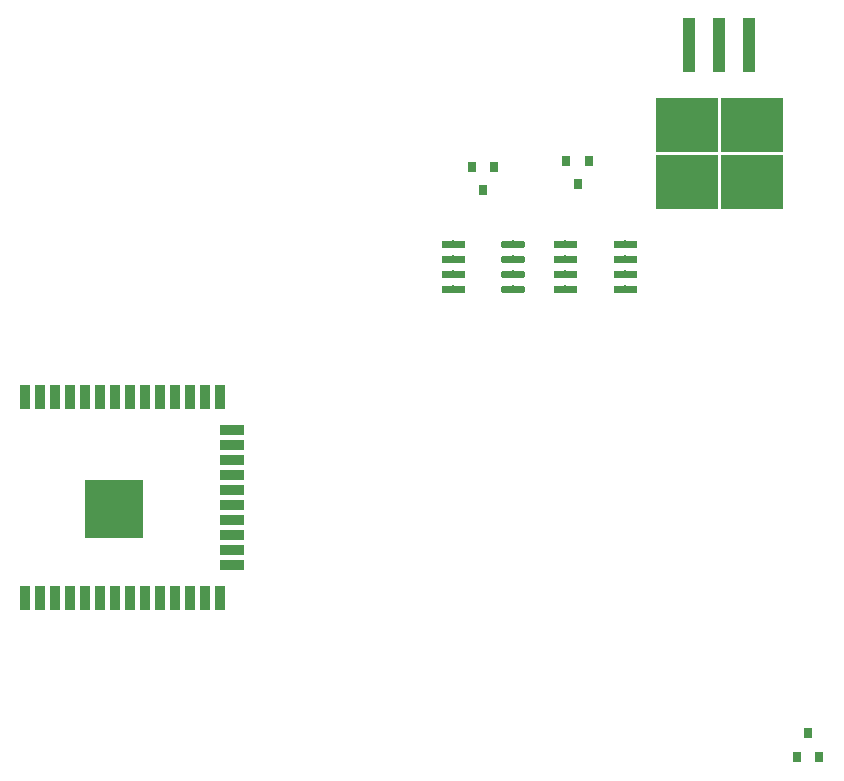
<source format=gbr>
G04 #@! TF.GenerationSoftware,KiCad,Pcbnew,(5.1.4)-1*
G04 #@! TF.CreationDate,2019-09-29T20:04:36+02:00*
G04 #@! TF.ProjectId,regulator board,72656775-6c61-4746-9f72-20626f617264,rev?*
G04 #@! TF.SameCoordinates,Original*
G04 #@! TF.FileFunction,Paste,Top*
G04 #@! TF.FilePolarity,Positive*
%FSLAX46Y46*%
G04 Gerber Fmt 4.6, Leading zero omitted, Abs format (unit mm)*
G04 Created by KiCad (PCBNEW (5.1.4)-1) date 2019-09-29 20:04:36*
%MOMM*%
%LPD*%
G04 APERTURE LIST*
%ADD10R,0.800000X0.900000*%
%ADD11R,1.100000X4.600000*%
%ADD12R,5.250000X4.550000*%
%ADD13R,5.000000X5.000000*%
%ADD14R,0.900000X2.000000*%
%ADD15R,2.000000X0.900000*%
%ADD16C,0.100000*%
%ADD17C,0.650000*%
G04 APERTURE END LIST*
D10*
X146000000Y-89000000D03*
X146950000Y-91000000D03*
X145050000Y-91000000D03*
X127450000Y-40500000D03*
X125550000Y-40500000D03*
X126500000Y-42500000D03*
X119450000Y-41000000D03*
X117550000Y-41000000D03*
X118500000Y-43000000D03*
D11*
X141040000Y-30725000D03*
X138500000Y-30725000D03*
X135960000Y-30725000D03*
D12*
X135725000Y-42300000D03*
X141275000Y-37450000D03*
X141275000Y-42300000D03*
X135725000Y-37450000D03*
D13*
X87245000Y-70000000D03*
D14*
X79745000Y-77500000D03*
X81015000Y-77500000D03*
X82285000Y-77500000D03*
X83555000Y-77500000D03*
X84825000Y-77500000D03*
X86095000Y-77500000D03*
X87365000Y-77500000D03*
X88635000Y-77500000D03*
X89905000Y-77500000D03*
X91175000Y-77500000D03*
X92445000Y-77500000D03*
X93715000Y-77500000D03*
X94985000Y-77500000D03*
X96255000Y-77500000D03*
D15*
X97255000Y-74715000D03*
X97255000Y-73445000D03*
X97255000Y-72175000D03*
X97255000Y-70905000D03*
X97255000Y-69635000D03*
X97255000Y-68365000D03*
X97255000Y-67095000D03*
X97255000Y-65825000D03*
X97255000Y-64555000D03*
X97255000Y-63285000D03*
D14*
X96255000Y-60500000D03*
X94985000Y-60500000D03*
X93715000Y-60500000D03*
X92445000Y-60500000D03*
X91175000Y-60500000D03*
X89905000Y-60500000D03*
X88635000Y-60500000D03*
X87365000Y-60500000D03*
X86095000Y-60500000D03*
X84825000Y-60500000D03*
X83555000Y-60500000D03*
X82285000Y-60500000D03*
X81015000Y-60500000D03*
X79745000Y-60500000D03*
D16*
G36*
X126303428Y-47270782D02*
G01*
X126319202Y-47273122D01*
X126334671Y-47276997D01*
X126349686Y-47282370D01*
X126364102Y-47289188D01*
X126377780Y-47297386D01*
X126390589Y-47306886D01*
X126402405Y-47317595D01*
X126413114Y-47329411D01*
X126422614Y-47342220D01*
X126430812Y-47355898D01*
X126437630Y-47370314D01*
X126443003Y-47385329D01*
X126446878Y-47400798D01*
X126449218Y-47416572D01*
X126450000Y-47432500D01*
X126450000Y-47757500D01*
X126449218Y-47773428D01*
X126446878Y-47789202D01*
X126443003Y-47804671D01*
X126437630Y-47819686D01*
X126430812Y-47834102D01*
X126422614Y-47847780D01*
X126413114Y-47860589D01*
X126402405Y-47872405D01*
X126390589Y-47883114D01*
X126377780Y-47892614D01*
X126364102Y-47900812D01*
X126349686Y-47907630D01*
X126334671Y-47913003D01*
X126319202Y-47916878D01*
X126303428Y-47919218D01*
X126287500Y-47920000D01*
X124637500Y-47920000D01*
X124621572Y-47919218D01*
X124605798Y-47916878D01*
X124590329Y-47913003D01*
X124575314Y-47907630D01*
X124560898Y-47900812D01*
X124547220Y-47892614D01*
X124534411Y-47883114D01*
X124522595Y-47872405D01*
X124511886Y-47860589D01*
X124502386Y-47847780D01*
X124494188Y-47834102D01*
X124487370Y-47819686D01*
X124481997Y-47804671D01*
X124478122Y-47789202D01*
X124475782Y-47773428D01*
X124475000Y-47757500D01*
X124475000Y-47432500D01*
X124475782Y-47416572D01*
X124478122Y-47400798D01*
X124481997Y-47385329D01*
X124487370Y-47370314D01*
X124494188Y-47355898D01*
X124502386Y-47342220D01*
X124511886Y-47329411D01*
X124522595Y-47317595D01*
X124534411Y-47306886D01*
X124547220Y-47297386D01*
X124560898Y-47289188D01*
X124575314Y-47282370D01*
X124590329Y-47276997D01*
X124605798Y-47273122D01*
X124621572Y-47270782D01*
X124637500Y-47270000D01*
X126287500Y-47270000D01*
X126303428Y-47270782D01*
X126303428Y-47270782D01*
G37*
D17*
X125462500Y-47595000D03*
D16*
G36*
X126303428Y-48540782D02*
G01*
X126319202Y-48543122D01*
X126334671Y-48546997D01*
X126349686Y-48552370D01*
X126364102Y-48559188D01*
X126377780Y-48567386D01*
X126390589Y-48576886D01*
X126402405Y-48587595D01*
X126413114Y-48599411D01*
X126422614Y-48612220D01*
X126430812Y-48625898D01*
X126437630Y-48640314D01*
X126443003Y-48655329D01*
X126446878Y-48670798D01*
X126449218Y-48686572D01*
X126450000Y-48702500D01*
X126450000Y-49027500D01*
X126449218Y-49043428D01*
X126446878Y-49059202D01*
X126443003Y-49074671D01*
X126437630Y-49089686D01*
X126430812Y-49104102D01*
X126422614Y-49117780D01*
X126413114Y-49130589D01*
X126402405Y-49142405D01*
X126390589Y-49153114D01*
X126377780Y-49162614D01*
X126364102Y-49170812D01*
X126349686Y-49177630D01*
X126334671Y-49183003D01*
X126319202Y-49186878D01*
X126303428Y-49189218D01*
X126287500Y-49190000D01*
X124637500Y-49190000D01*
X124621572Y-49189218D01*
X124605798Y-49186878D01*
X124590329Y-49183003D01*
X124575314Y-49177630D01*
X124560898Y-49170812D01*
X124547220Y-49162614D01*
X124534411Y-49153114D01*
X124522595Y-49142405D01*
X124511886Y-49130589D01*
X124502386Y-49117780D01*
X124494188Y-49104102D01*
X124487370Y-49089686D01*
X124481997Y-49074671D01*
X124478122Y-49059202D01*
X124475782Y-49043428D01*
X124475000Y-49027500D01*
X124475000Y-48702500D01*
X124475782Y-48686572D01*
X124478122Y-48670798D01*
X124481997Y-48655329D01*
X124487370Y-48640314D01*
X124494188Y-48625898D01*
X124502386Y-48612220D01*
X124511886Y-48599411D01*
X124522595Y-48587595D01*
X124534411Y-48576886D01*
X124547220Y-48567386D01*
X124560898Y-48559188D01*
X124575314Y-48552370D01*
X124590329Y-48546997D01*
X124605798Y-48543122D01*
X124621572Y-48540782D01*
X124637500Y-48540000D01*
X126287500Y-48540000D01*
X126303428Y-48540782D01*
X126303428Y-48540782D01*
G37*
D17*
X125462500Y-48865000D03*
D16*
G36*
X126303428Y-49810782D02*
G01*
X126319202Y-49813122D01*
X126334671Y-49816997D01*
X126349686Y-49822370D01*
X126364102Y-49829188D01*
X126377780Y-49837386D01*
X126390589Y-49846886D01*
X126402405Y-49857595D01*
X126413114Y-49869411D01*
X126422614Y-49882220D01*
X126430812Y-49895898D01*
X126437630Y-49910314D01*
X126443003Y-49925329D01*
X126446878Y-49940798D01*
X126449218Y-49956572D01*
X126450000Y-49972500D01*
X126450000Y-50297500D01*
X126449218Y-50313428D01*
X126446878Y-50329202D01*
X126443003Y-50344671D01*
X126437630Y-50359686D01*
X126430812Y-50374102D01*
X126422614Y-50387780D01*
X126413114Y-50400589D01*
X126402405Y-50412405D01*
X126390589Y-50423114D01*
X126377780Y-50432614D01*
X126364102Y-50440812D01*
X126349686Y-50447630D01*
X126334671Y-50453003D01*
X126319202Y-50456878D01*
X126303428Y-50459218D01*
X126287500Y-50460000D01*
X124637500Y-50460000D01*
X124621572Y-50459218D01*
X124605798Y-50456878D01*
X124590329Y-50453003D01*
X124575314Y-50447630D01*
X124560898Y-50440812D01*
X124547220Y-50432614D01*
X124534411Y-50423114D01*
X124522595Y-50412405D01*
X124511886Y-50400589D01*
X124502386Y-50387780D01*
X124494188Y-50374102D01*
X124487370Y-50359686D01*
X124481997Y-50344671D01*
X124478122Y-50329202D01*
X124475782Y-50313428D01*
X124475000Y-50297500D01*
X124475000Y-49972500D01*
X124475782Y-49956572D01*
X124478122Y-49940798D01*
X124481997Y-49925329D01*
X124487370Y-49910314D01*
X124494188Y-49895898D01*
X124502386Y-49882220D01*
X124511886Y-49869411D01*
X124522595Y-49857595D01*
X124534411Y-49846886D01*
X124547220Y-49837386D01*
X124560898Y-49829188D01*
X124575314Y-49822370D01*
X124590329Y-49816997D01*
X124605798Y-49813122D01*
X124621572Y-49810782D01*
X124637500Y-49810000D01*
X126287500Y-49810000D01*
X126303428Y-49810782D01*
X126303428Y-49810782D01*
G37*
D17*
X125462500Y-50135000D03*
D16*
G36*
X126303428Y-51080782D02*
G01*
X126319202Y-51083122D01*
X126334671Y-51086997D01*
X126349686Y-51092370D01*
X126364102Y-51099188D01*
X126377780Y-51107386D01*
X126390589Y-51116886D01*
X126402405Y-51127595D01*
X126413114Y-51139411D01*
X126422614Y-51152220D01*
X126430812Y-51165898D01*
X126437630Y-51180314D01*
X126443003Y-51195329D01*
X126446878Y-51210798D01*
X126449218Y-51226572D01*
X126450000Y-51242500D01*
X126450000Y-51567500D01*
X126449218Y-51583428D01*
X126446878Y-51599202D01*
X126443003Y-51614671D01*
X126437630Y-51629686D01*
X126430812Y-51644102D01*
X126422614Y-51657780D01*
X126413114Y-51670589D01*
X126402405Y-51682405D01*
X126390589Y-51693114D01*
X126377780Y-51702614D01*
X126364102Y-51710812D01*
X126349686Y-51717630D01*
X126334671Y-51723003D01*
X126319202Y-51726878D01*
X126303428Y-51729218D01*
X126287500Y-51730000D01*
X124637500Y-51730000D01*
X124621572Y-51729218D01*
X124605798Y-51726878D01*
X124590329Y-51723003D01*
X124575314Y-51717630D01*
X124560898Y-51710812D01*
X124547220Y-51702614D01*
X124534411Y-51693114D01*
X124522595Y-51682405D01*
X124511886Y-51670589D01*
X124502386Y-51657780D01*
X124494188Y-51644102D01*
X124487370Y-51629686D01*
X124481997Y-51614671D01*
X124478122Y-51599202D01*
X124475782Y-51583428D01*
X124475000Y-51567500D01*
X124475000Y-51242500D01*
X124475782Y-51226572D01*
X124478122Y-51210798D01*
X124481997Y-51195329D01*
X124487370Y-51180314D01*
X124494188Y-51165898D01*
X124502386Y-51152220D01*
X124511886Y-51139411D01*
X124522595Y-51127595D01*
X124534411Y-51116886D01*
X124547220Y-51107386D01*
X124560898Y-51099188D01*
X124575314Y-51092370D01*
X124590329Y-51086997D01*
X124605798Y-51083122D01*
X124621572Y-51080782D01*
X124637500Y-51080000D01*
X126287500Y-51080000D01*
X126303428Y-51080782D01*
X126303428Y-51080782D01*
G37*
D17*
X125462500Y-51405000D03*
D16*
G36*
X131378428Y-51080782D02*
G01*
X131394202Y-51083122D01*
X131409671Y-51086997D01*
X131424686Y-51092370D01*
X131439102Y-51099188D01*
X131452780Y-51107386D01*
X131465589Y-51116886D01*
X131477405Y-51127595D01*
X131488114Y-51139411D01*
X131497614Y-51152220D01*
X131505812Y-51165898D01*
X131512630Y-51180314D01*
X131518003Y-51195329D01*
X131521878Y-51210798D01*
X131524218Y-51226572D01*
X131525000Y-51242500D01*
X131525000Y-51567500D01*
X131524218Y-51583428D01*
X131521878Y-51599202D01*
X131518003Y-51614671D01*
X131512630Y-51629686D01*
X131505812Y-51644102D01*
X131497614Y-51657780D01*
X131488114Y-51670589D01*
X131477405Y-51682405D01*
X131465589Y-51693114D01*
X131452780Y-51702614D01*
X131439102Y-51710812D01*
X131424686Y-51717630D01*
X131409671Y-51723003D01*
X131394202Y-51726878D01*
X131378428Y-51729218D01*
X131362500Y-51730000D01*
X129712500Y-51730000D01*
X129696572Y-51729218D01*
X129680798Y-51726878D01*
X129665329Y-51723003D01*
X129650314Y-51717630D01*
X129635898Y-51710812D01*
X129622220Y-51702614D01*
X129609411Y-51693114D01*
X129597595Y-51682405D01*
X129586886Y-51670589D01*
X129577386Y-51657780D01*
X129569188Y-51644102D01*
X129562370Y-51629686D01*
X129556997Y-51614671D01*
X129553122Y-51599202D01*
X129550782Y-51583428D01*
X129550000Y-51567500D01*
X129550000Y-51242500D01*
X129550782Y-51226572D01*
X129553122Y-51210798D01*
X129556997Y-51195329D01*
X129562370Y-51180314D01*
X129569188Y-51165898D01*
X129577386Y-51152220D01*
X129586886Y-51139411D01*
X129597595Y-51127595D01*
X129609411Y-51116886D01*
X129622220Y-51107386D01*
X129635898Y-51099188D01*
X129650314Y-51092370D01*
X129665329Y-51086997D01*
X129680798Y-51083122D01*
X129696572Y-51080782D01*
X129712500Y-51080000D01*
X131362500Y-51080000D01*
X131378428Y-51080782D01*
X131378428Y-51080782D01*
G37*
D17*
X130537500Y-51405000D03*
D16*
G36*
X131378428Y-49810782D02*
G01*
X131394202Y-49813122D01*
X131409671Y-49816997D01*
X131424686Y-49822370D01*
X131439102Y-49829188D01*
X131452780Y-49837386D01*
X131465589Y-49846886D01*
X131477405Y-49857595D01*
X131488114Y-49869411D01*
X131497614Y-49882220D01*
X131505812Y-49895898D01*
X131512630Y-49910314D01*
X131518003Y-49925329D01*
X131521878Y-49940798D01*
X131524218Y-49956572D01*
X131525000Y-49972500D01*
X131525000Y-50297500D01*
X131524218Y-50313428D01*
X131521878Y-50329202D01*
X131518003Y-50344671D01*
X131512630Y-50359686D01*
X131505812Y-50374102D01*
X131497614Y-50387780D01*
X131488114Y-50400589D01*
X131477405Y-50412405D01*
X131465589Y-50423114D01*
X131452780Y-50432614D01*
X131439102Y-50440812D01*
X131424686Y-50447630D01*
X131409671Y-50453003D01*
X131394202Y-50456878D01*
X131378428Y-50459218D01*
X131362500Y-50460000D01*
X129712500Y-50460000D01*
X129696572Y-50459218D01*
X129680798Y-50456878D01*
X129665329Y-50453003D01*
X129650314Y-50447630D01*
X129635898Y-50440812D01*
X129622220Y-50432614D01*
X129609411Y-50423114D01*
X129597595Y-50412405D01*
X129586886Y-50400589D01*
X129577386Y-50387780D01*
X129569188Y-50374102D01*
X129562370Y-50359686D01*
X129556997Y-50344671D01*
X129553122Y-50329202D01*
X129550782Y-50313428D01*
X129550000Y-50297500D01*
X129550000Y-49972500D01*
X129550782Y-49956572D01*
X129553122Y-49940798D01*
X129556997Y-49925329D01*
X129562370Y-49910314D01*
X129569188Y-49895898D01*
X129577386Y-49882220D01*
X129586886Y-49869411D01*
X129597595Y-49857595D01*
X129609411Y-49846886D01*
X129622220Y-49837386D01*
X129635898Y-49829188D01*
X129650314Y-49822370D01*
X129665329Y-49816997D01*
X129680798Y-49813122D01*
X129696572Y-49810782D01*
X129712500Y-49810000D01*
X131362500Y-49810000D01*
X131378428Y-49810782D01*
X131378428Y-49810782D01*
G37*
D17*
X130537500Y-50135000D03*
D16*
G36*
X131378428Y-48540782D02*
G01*
X131394202Y-48543122D01*
X131409671Y-48546997D01*
X131424686Y-48552370D01*
X131439102Y-48559188D01*
X131452780Y-48567386D01*
X131465589Y-48576886D01*
X131477405Y-48587595D01*
X131488114Y-48599411D01*
X131497614Y-48612220D01*
X131505812Y-48625898D01*
X131512630Y-48640314D01*
X131518003Y-48655329D01*
X131521878Y-48670798D01*
X131524218Y-48686572D01*
X131525000Y-48702500D01*
X131525000Y-49027500D01*
X131524218Y-49043428D01*
X131521878Y-49059202D01*
X131518003Y-49074671D01*
X131512630Y-49089686D01*
X131505812Y-49104102D01*
X131497614Y-49117780D01*
X131488114Y-49130589D01*
X131477405Y-49142405D01*
X131465589Y-49153114D01*
X131452780Y-49162614D01*
X131439102Y-49170812D01*
X131424686Y-49177630D01*
X131409671Y-49183003D01*
X131394202Y-49186878D01*
X131378428Y-49189218D01*
X131362500Y-49190000D01*
X129712500Y-49190000D01*
X129696572Y-49189218D01*
X129680798Y-49186878D01*
X129665329Y-49183003D01*
X129650314Y-49177630D01*
X129635898Y-49170812D01*
X129622220Y-49162614D01*
X129609411Y-49153114D01*
X129597595Y-49142405D01*
X129586886Y-49130589D01*
X129577386Y-49117780D01*
X129569188Y-49104102D01*
X129562370Y-49089686D01*
X129556997Y-49074671D01*
X129553122Y-49059202D01*
X129550782Y-49043428D01*
X129550000Y-49027500D01*
X129550000Y-48702500D01*
X129550782Y-48686572D01*
X129553122Y-48670798D01*
X129556997Y-48655329D01*
X129562370Y-48640314D01*
X129569188Y-48625898D01*
X129577386Y-48612220D01*
X129586886Y-48599411D01*
X129597595Y-48587595D01*
X129609411Y-48576886D01*
X129622220Y-48567386D01*
X129635898Y-48559188D01*
X129650314Y-48552370D01*
X129665329Y-48546997D01*
X129680798Y-48543122D01*
X129696572Y-48540782D01*
X129712500Y-48540000D01*
X131362500Y-48540000D01*
X131378428Y-48540782D01*
X131378428Y-48540782D01*
G37*
D17*
X130537500Y-48865000D03*
D16*
G36*
X131378428Y-47270782D02*
G01*
X131394202Y-47273122D01*
X131409671Y-47276997D01*
X131424686Y-47282370D01*
X131439102Y-47289188D01*
X131452780Y-47297386D01*
X131465589Y-47306886D01*
X131477405Y-47317595D01*
X131488114Y-47329411D01*
X131497614Y-47342220D01*
X131505812Y-47355898D01*
X131512630Y-47370314D01*
X131518003Y-47385329D01*
X131521878Y-47400798D01*
X131524218Y-47416572D01*
X131525000Y-47432500D01*
X131525000Y-47757500D01*
X131524218Y-47773428D01*
X131521878Y-47789202D01*
X131518003Y-47804671D01*
X131512630Y-47819686D01*
X131505812Y-47834102D01*
X131497614Y-47847780D01*
X131488114Y-47860589D01*
X131477405Y-47872405D01*
X131465589Y-47883114D01*
X131452780Y-47892614D01*
X131439102Y-47900812D01*
X131424686Y-47907630D01*
X131409671Y-47913003D01*
X131394202Y-47916878D01*
X131378428Y-47919218D01*
X131362500Y-47920000D01*
X129712500Y-47920000D01*
X129696572Y-47919218D01*
X129680798Y-47916878D01*
X129665329Y-47913003D01*
X129650314Y-47907630D01*
X129635898Y-47900812D01*
X129622220Y-47892614D01*
X129609411Y-47883114D01*
X129597595Y-47872405D01*
X129586886Y-47860589D01*
X129577386Y-47847780D01*
X129569188Y-47834102D01*
X129562370Y-47819686D01*
X129556997Y-47804671D01*
X129553122Y-47789202D01*
X129550782Y-47773428D01*
X129550000Y-47757500D01*
X129550000Y-47432500D01*
X129550782Y-47416572D01*
X129553122Y-47400798D01*
X129556997Y-47385329D01*
X129562370Y-47370314D01*
X129569188Y-47355898D01*
X129577386Y-47342220D01*
X129586886Y-47329411D01*
X129597595Y-47317595D01*
X129609411Y-47306886D01*
X129622220Y-47297386D01*
X129635898Y-47289188D01*
X129650314Y-47282370D01*
X129665329Y-47276997D01*
X129680798Y-47273122D01*
X129696572Y-47270782D01*
X129712500Y-47270000D01*
X131362500Y-47270000D01*
X131378428Y-47270782D01*
X131378428Y-47270782D01*
G37*
D17*
X130537500Y-47595000D03*
D16*
G36*
X121878428Y-47270782D02*
G01*
X121894202Y-47273122D01*
X121909671Y-47276997D01*
X121924686Y-47282370D01*
X121939102Y-47289188D01*
X121952780Y-47297386D01*
X121965589Y-47306886D01*
X121977405Y-47317595D01*
X121988114Y-47329411D01*
X121997614Y-47342220D01*
X122005812Y-47355898D01*
X122012630Y-47370314D01*
X122018003Y-47385329D01*
X122021878Y-47400798D01*
X122024218Y-47416572D01*
X122025000Y-47432500D01*
X122025000Y-47757500D01*
X122024218Y-47773428D01*
X122021878Y-47789202D01*
X122018003Y-47804671D01*
X122012630Y-47819686D01*
X122005812Y-47834102D01*
X121997614Y-47847780D01*
X121988114Y-47860589D01*
X121977405Y-47872405D01*
X121965589Y-47883114D01*
X121952780Y-47892614D01*
X121939102Y-47900812D01*
X121924686Y-47907630D01*
X121909671Y-47913003D01*
X121894202Y-47916878D01*
X121878428Y-47919218D01*
X121862500Y-47920000D01*
X120212500Y-47920000D01*
X120196572Y-47919218D01*
X120180798Y-47916878D01*
X120165329Y-47913003D01*
X120150314Y-47907630D01*
X120135898Y-47900812D01*
X120122220Y-47892614D01*
X120109411Y-47883114D01*
X120097595Y-47872405D01*
X120086886Y-47860589D01*
X120077386Y-47847780D01*
X120069188Y-47834102D01*
X120062370Y-47819686D01*
X120056997Y-47804671D01*
X120053122Y-47789202D01*
X120050782Y-47773428D01*
X120050000Y-47757500D01*
X120050000Y-47432500D01*
X120050782Y-47416572D01*
X120053122Y-47400798D01*
X120056997Y-47385329D01*
X120062370Y-47370314D01*
X120069188Y-47355898D01*
X120077386Y-47342220D01*
X120086886Y-47329411D01*
X120097595Y-47317595D01*
X120109411Y-47306886D01*
X120122220Y-47297386D01*
X120135898Y-47289188D01*
X120150314Y-47282370D01*
X120165329Y-47276997D01*
X120180798Y-47273122D01*
X120196572Y-47270782D01*
X120212500Y-47270000D01*
X121862500Y-47270000D01*
X121878428Y-47270782D01*
X121878428Y-47270782D01*
G37*
D17*
X121037500Y-47595000D03*
D16*
G36*
X121878428Y-48540782D02*
G01*
X121894202Y-48543122D01*
X121909671Y-48546997D01*
X121924686Y-48552370D01*
X121939102Y-48559188D01*
X121952780Y-48567386D01*
X121965589Y-48576886D01*
X121977405Y-48587595D01*
X121988114Y-48599411D01*
X121997614Y-48612220D01*
X122005812Y-48625898D01*
X122012630Y-48640314D01*
X122018003Y-48655329D01*
X122021878Y-48670798D01*
X122024218Y-48686572D01*
X122025000Y-48702500D01*
X122025000Y-49027500D01*
X122024218Y-49043428D01*
X122021878Y-49059202D01*
X122018003Y-49074671D01*
X122012630Y-49089686D01*
X122005812Y-49104102D01*
X121997614Y-49117780D01*
X121988114Y-49130589D01*
X121977405Y-49142405D01*
X121965589Y-49153114D01*
X121952780Y-49162614D01*
X121939102Y-49170812D01*
X121924686Y-49177630D01*
X121909671Y-49183003D01*
X121894202Y-49186878D01*
X121878428Y-49189218D01*
X121862500Y-49190000D01*
X120212500Y-49190000D01*
X120196572Y-49189218D01*
X120180798Y-49186878D01*
X120165329Y-49183003D01*
X120150314Y-49177630D01*
X120135898Y-49170812D01*
X120122220Y-49162614D01*
X120109411Y-49153114D01*
X120097595Y-49142405D01*
X120086886Y-49130589D01*
X120077386Y-49117780D01*
X120069188Y-49104102D01*
X120062370Y-49089686D01*
X120056997Y-49074671D01*
X120053122Y-49059202D01*
X120050782Y-49043428D01*
X120050000Y-49027500D01*
X120050000Y-48702500D01*
X120050782Y-48686572D01*
X120053122Y-48670798D01*
X120056997Y-48655329D01*
X120062370Y-48640314D01*
X120069188Y-48625898D01*
X120077386Y-48612220D01*
X120086886Y-48599411D01*
X120097595Y-48587595D01*
X120109411Y-48576886D01*
X120122220Y-48567386D01*
X120135898Y-48559188D01*
X120150314Y-48552370D01*
X120165329Y-48546997D01*
X120180798Y-48543122D01*
X120196572Y-48540782D01*
X120212500Y-48540000D01*
X121862500Y-48540000D01*
X121878428Y-48540782D01*
X121878428Y-48540782D01*
G37*
D17*
X121037500Y-48865000D03*
D16*
G36*
X121878428Y-49810782D02*
G01*
X121894202Y-49813122D01*
X121909671Y-49816997D01*
X121924686Y-49822370D01*
X121939102Y-49829188D01*
X121952780Y-49837386D01*
X121965589Y-49846886D01*
X121977405Y-49857595D01*
X121988114Y-49869411D01*
X121997614Y-49882220D01*
X122005812Y-49895898D01*
X122012630Y-49910314D01*
X122018003Y-49925329D01*
X122021878Y-49940798D01*
X122024218Y-49956572D01*
X122025000Y-49972500D01*
X122025000Y-50297500D01*
X122024218Y-50313428D01*
X122021878Y-50329202D01*
X122018003Y-50344671D01*
X122012630Y-50359686D01*
X122005812Y-50374102D01*
X121997614Y-50387780D01*
X121988114Y-50400589D01*
X121977405Y-50412405D01*
X121965589Y-50423114D01*
X121952780Y-50432614D01*
X121939102Y-50440812D01*
X121924686Y-50447630D01*
X121909671Y-50453003D01*
X121894202Y-50456878D01*
X121878428Y-50459218D01*
X121862500Y-50460000D01*
X120212500Y-50460000D01*
X120196572Y-50459218D01*
X120180798Y-50456878D01*
X120165329Y-50453003D01*
X120150314Y-50447630D01*
X120135898Y-50440812D01*
X120122220Y-50432614D01*
X120109411Y-50423114D01*
X120097595Y-50412405D01*
X120086886Y-50400589D01*
X120077386Y-50387780D01*
X120069188Y-50374102D01*
X120062370Y-50359686D01*
X120056997Y-50344671D01*
X120053122Y-50329202D01*
X120050782Y-50313428D01*
X120050000Y-50297500D01*
X120050000Y-49972500D01*
X120050782Y-49956572D01*
X120053122Y-49940798D01*
X120056997Y-49925329D01*
X120062370Y-49910314D01*
X120069188Y-49895898D01*
X120077386Y-49882220D01*
X120086886Y-49869411D01*
X120097595Y-49857595D01*
X120109411Y-49846886D01*
X120122220Y-49837386D01*
X120135898Y-49829188D01*
X120150314Y-49822370D01*
X120165329Y-49816997D01*
X120180798Y-49813122D01*
X120196572Y-49810782D01*
X120212500Y-49810000D01*
X121862500Y-49810000D01*
X121878428Y-49810782D01*
X121878428Y-49810782D01*
G37*
D17*
X121037500Y-50135000D03*
D16*
G36*
X121878428Y-51080782D02*
G01*
X121894202Y-51083122D01*
X121909671Y-51086997D01*
X121924686Y-51092370D01*
X121939102Y-51099188D01*
X121952780Y-51107386D01*
X121965589Y-51116886D01*
X121977405Y-51127595D01*
X121988114Y-51139411D01*
X121997614Y-51152220D01*
X122005812Y-51165898D01*
X122012630Y-51180314D01*
X122018003Y-51195329D01*
X122021878Y-51210798D01*
X122024218Y-51226572D01*
X122025000Y-51242500D01*
X122025000Y-51567500D01*
X122024218Y-51583428D01*
X122021878Y-51599202D01*
X122018003Y-51614671D01*
X122012630Y-51629686D01*
X122005812Y-51644102D01*
X121997614Y-51657780D01*
X121988114Y-51670589D01*
X121977405Y-51682405D01*
X121965589Y-51693114D01*
X121952780Y-51702614D01*
X121939102Y-51710812D01*
X121924686Y-51717630D01*
X121909671Y-51723003D01*
X121894202Y-51726878D01*
X121878428Y-51729218D01*
X121862500Y-51730000D01*
X120212500Y-51730000D01*
X120196572Y-51729218D01*
X120180798Y-51726878D01*
X120165329Y-51723003D01*
X120150314Y-51717630D01*
X120135898Y-51710812D01*
X120122220Y-51702614D01*
X120109411Y-51693114D01*
X120097595Y-51682405D01*
X120086886Y-51670589D01*
X120077386Y-51657780D01*
X120069188Y-51644102D01*
X120062370Y-51629686D01*
X120056997Y-51614671D01*
X120053122Y-51599202D01*
X120050782Y-51583428D01*
X120050000Y-51567500D01*
X120050000Y-51242500D01*
X120050782Y-51226572D01*
X120053122Y-51210798D01*
X120056997Y-51195329D01*
X120062370Y-51180314D01*
X120069188Y-51165898D01*
X120077386Y-51152220D01*
X120086886Y-51139411D01*
X120097595Y-51127595D01*
X120109411Y-51116886D01*
X120122220Y-51107386D01*
X120135898Y-51099188D01*
X120150314Y-51092370D01*
X120165329Y-51086997D01*
X120180798Y-51083122D01*
X120196572Y-51080782D01*
X120212500Y-51080000D01*
X121862500Y-51080000D01*
X121878428Y-51080782D01*
X121878428Y-51080782D01*
G37*
D17*
X121037500Y-51405000D03*
D16*
G36*
X116803428Y-51080782D02*
G01*
X116819202Y-51083122D01*
X116834671Y-51086997D01*
X116849686Y-51092370D01*
X116864102Y-51099188D01*
X116877780Y-51107386D01*
X116890589Y-51116886D01*
X116902405Y-51127595D01*
X116913114Y-51139411D01*
X116922614Y-51152220D01*
X116930812Y-51165898D01*
X116937630Y-51180314D01*
X116943003Y-51195329D01*
X116946878Y-51210798D01*
X116949218Y-51226572D01*
X116950000Y-51242500D01*
X116950000Y-51567500D01*
X116949218Y-51583428D01*
X116946878Y-51599202D01*
X116943003Y-51614671D01*
X116937630Y-51629686D01*
X116930812Y-51644102D01*
X116922614Y-51657780D01*
X116913114Y-51670589D01*
X116902405Y-51682405D01*
X116890589Y-51693114D01*
X116877780Y-51702614D01*
X116864102Y-51710812D01*
X116849686Y-51717630D01*
X116834671Y-51723003D01*
X116819202Y-51726878D01*
X116803428Y-51729218D01*
X116787500Y-51730000D01*
X115137500Y-51730000D01*
X115121572Y-51729218D01*
X115105798Y-51726878D01*
X115090329Y-51723003D01*
X115075314Y-51717630D01*
X115060898Y-51710812D01*
X115047220Y-51702614D01*
X115034411Y-51693114D01*
X115022595Y-51682405D01*
X115011886Y-51670589D01*
X115002386Y-51657780D01*
X114994188Y-51644102D01*
X114987370Y-51629686D01*
X114981997Y-51614671D01*
X114978122Y-51599202D01*
X114975782Y-51583428D01*
X114975000Y-51567500D01*
X114975000Y-51242500D01*
X114975782Y-51226572D01*
X114978122Y-51210798D01*
X114981997Y-51195329D01*
X114987370Y-51180314D01*
X114994188Y-51165898D01*
X115002386Y-51152220D01*
X115011886Y-51139411D01*
X115022595Y-51127595D01*
X115034411Y-51116886D01*
X115047220Y-51107386D01*
X115060898Y-51099188D01*
X115075314Y-51092370D01*
X115090329Y-51086997D01*
X115105798Y-51083122D01*
X115121572Y-51080782D01*
X115137500Y-51080000D01*
X116787500Y-51080000D01*
X116803428Y-51080782D01*
X116803428Y-51080782D01*
G37*
D17*
X115962500Y-51405000D03*
D16*
G36*
X116803428Y-49810782D02*
G01*
X116819202Y-49813122D01*
X116834671Y-49816997D01*
X116849686Y-49822370D01*
X116864102Y-49829188D01*
X116877780Y-49837386D01*
X116890589Y-49846886D01*
X116902405Y-49857595D01*
X116913114Y-49869411D01*
X116922614Y-49882220D01*
X116930812Y-49895898D01*
X116937630Y-49910314D01*
X116943003Y-49925329D01*
X116946878Y-49940798D01*
X116949218Y-49956572D01*
X116950000Y-49972500D01*
X116950000Y-50297500D01*
X116949218Y-50313428D01*
X116946878Y-50329202D01*
X116943003Y-50344671D01*
X116937630Y-50359686D01*
X116930812Y-50374102D01*
X116922614Y-50387780D01*
X116913114Y-50400589D01*
X116902405Y-50412405D01*
X116890589Y-50423114D01*
X116877780Y-50432614D01*
X116864102Y-50440812D01*
X116849686Y-50447630D01*
X116834671Y-50453003D01*
X116819202Y-50456878D01*
X116803428Y-50459218D01*
X116787500Y-50460000D01*
X115137500Y-50460000D01*
X115121572Y-50459218D01*
X115105798Y-50456878D01*
X115090329Y-50453003D01*
X115075314Y-50447630D01*
X115060898Y-50440812D01*
X115047220Y-50432614D01*
X115034411Y-50423114D01*
X115022595Y-50412405D01*
X115011886Y-50400589D01*
X115002386Y-50387780D01*
X114994188Y-50374102D01*
X114987370Y-50359686D01*
X114981997Y-50344671D01*
X114978122Y-50329202D01*
X114975782Y-50313428D01*
X114975000Y-50297500D01*
X114975000Y-49972500D01*
X114975782Y-49956572D01*
X114978122Y-49940798D01*
X114981997Y-49925329D01*
X114987370Y-49910314D01*
X114994188Y-49895898D01*
X115002386Y-49882220D01*
X115011886Y-49869411D01*
X115022595Y-49857595D01*
X115034411Y-49846886D01*
X115047220Y-49837386D01*
X115060898Y-49829188D01*
X115075314Y-49822370D01*
X115090329Y-49816997D01*
X115105798Y-49813122D01*
X115121572Y-49810782D01*
X115137500Y-49810000D01*
X116787500Y-49810000D01*
X116803428Y-49810782D01*
X116803428Y-49810782D01*
G37*
D17*
X115962500Y-50135000D03*
D16*
G36*
X116803428Y-48540782D02*
G01*
X116819202Y-48543122D01*
X116834671Y-48546997D01*
X116849686Y-48552370D01*
X116864102Y-48559188D01*
X116877780Y-48567386D01*
X116890589Y-48576886D01*
X116902405Y-48587595D01*
X116913114Y-48599411D01*
X116922614Y-48612220D01*
X116930812Y-48625898D01*
X116937630Y-48640314D01*
X116943003Y-48655329D01*
X116946878Y-48670798D01*
X116949218Y-48686572D01*
X116950000Y-48702500D01*
X116950000Y-49027500D01*
X116949218Y-49043428D01*
X116946878Y-49059202D01*
X116943003Y-49074671D01*
X116937630Y-49089686D01*
X116930812Y-49104102D01*
X116922614Y-49117780D01*
X116913114Y-49130589D01*
X116902405Y-49142405D01*
X116890589Y-49153114D01*
X116877780Y-49162614D01*
X116864102Y-49170812D01*
X116849686Y-49177630D01*
X116834671Y-49183003D01*
X116819202Y-49186878D01*
X116803428Y-49189218D01*
X116787500Y-49190000D01*
X115137500Y-49190000D01*
X115121572Y-49189218D01*
X115105798Y-49186878D01*
X115090329Y-49183003D01*
X115075314Y-49177630D01*
X115060898Y-49170812D01*
X115047220Y-49162614D01*
X115034411Y-49153114D01*
X115022595Y-49142405D01*
X115011886Y-49130589D01*
X115002386Y-49117780D01*
X114994188Y-49104102D01*
X114987370Y-49089686D01*
X114981997Y-49074671D01*
X114978122Y-49059202D01*
X114975782Y-49043428D01*
X114975000Y-49027500D01*
X114975000Y-48702500D01*
X114975782Y-48686572D01*
X114978122Y-48670798D01*
X114981997Y-48655329D01*
X114987370Y-48640314D01*
X114994188Y-48625898D01*
X115002386Y-48612220D01*
X115011886Y-48599411D01*
X115022595Y-48587595D01*
X115034411Y-48576886D01*
X115047220Y-48567386D01*
X115060898Y-48559188D01*
X115075314Y-48552370D01*
X115090329Y-48546997D01*
X115105798Y-48543122D01*
X115121572Y-48540782D01*
X115137500Y-48540000D01*
X116787500Y-48540000D01*
X116803428Y-48540782D01*
X116803428Y-48540782D01*
G37*
D17*
X115962500Y-48865000D03*
D16*
G36*
X116803428Y-47270782D02*
G01*
X116819202Y-47273122D01*
X116834671Y-47276997D01*
X116849686Y-47282370D01*
X116864102Y-47289188D01*
X116877780Y-47297386D01*
X116890589Y-47306886D01*
X116902405Y-47317595D01*
X116913114Y-47329411D01*
X116922614Y-47342220D01*
X116930812Y-47355898D01*
X116937630Y-47370314D01*
X116943003Y-47385329D01*
X116946878Y-47400798D01*
X116949218Y-47416572D01*
X116950000Y-47432500D01*
X116950000Y-47757500D01*
X116949218Y-47773428D01*
X116946878Y-47789202D01*
X116943003Y-47804671D01*
X116937630Y-47819686D01*
X116930812Y-47834102D01*
X116922614Y-47847780D01*
X116913114Y-47860589D01*
X116902405Y-47872405D01*
X116890589Y-47883114D01*
X116877780Y-47892614D01*
X116864102Y-47900812D01*
X116849686Y-47907630D01*
X116834671Y-47913003D01*
X116819202Y-47916878D01*
X116803428Y-47919218D01*
X116787500Y-47920000D01*
X115137500Y-47920000D01*
X115121572Y-47919218D01*
X115105798Y-47916878D01*
X115090329Y-47913003D01*
X115075314Y-47907630D01*
X115060898Y-47900812D01*
X115047220Y-47892614D01*
X115034411Y-47883114D01*
X115022595Y-47872405D01*
X115011886Y-47860589D01*
X115002386Y-47847780D01*
X114994188Y-47834102D01*
X114987370Y-47819686D01*
X114981997Y-47804671D01*
X114978122Y-47789202D01*
X114975782Y-47773428D01*
X114975000Y-47757500D01*
X114975000Y-47432500D01*
X114975782Y-47416572D01*
X114978122Y-47400798D01*
X114981997Y-47385329D01*
X114987370Y-47370314D01*
X114994188Y-47355898D01*
X115002386Y-47342220D01*
X115011886Y-47329411D01*
X115022595Y-47317595D01*
X115034411Y-47306886D01*
X115047220Y-47297386D01*
X115060898Y-47289188D01*
X115075314Y-47282370D01*
X115090329Y-47276997D01*
X115105798Y-47273122D01*
X115121572Y-47270782D01*
X115137500Y-47270000D01*
X116787500Y-47270000D01*
X116803428Y-47270782D01*
X116803428Y-47270782D01*
G37*
D17*
X115962500Y-47595000D03*
M02*

</source>
